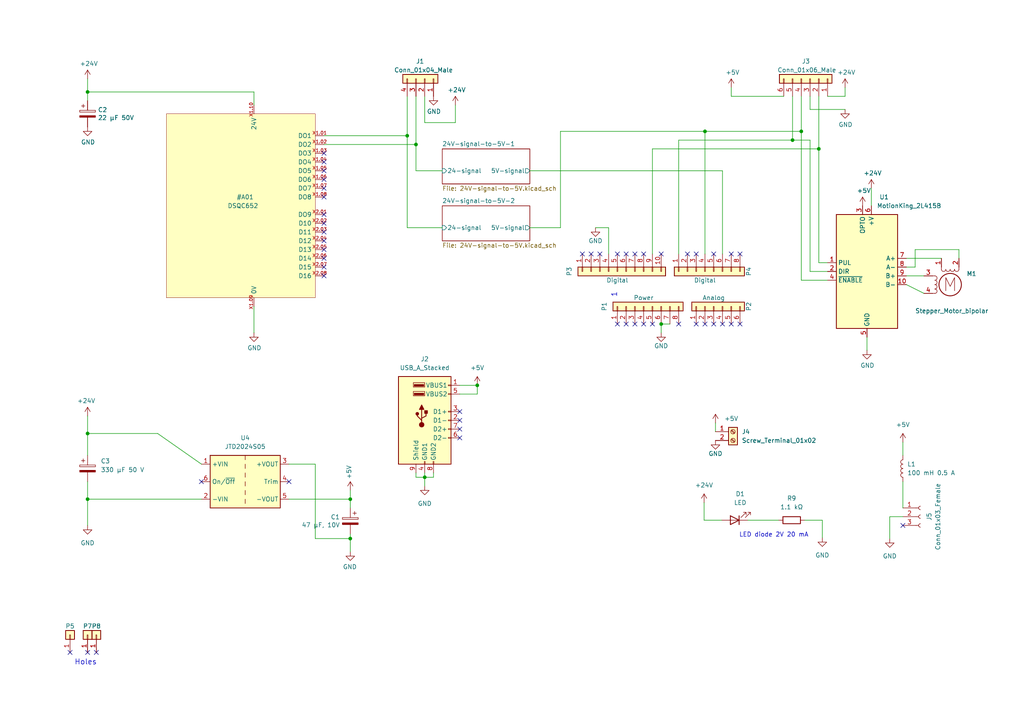
<source format=kicad_sch>
(kicad_sch (version 20211123) (generator eeschema)
  (paper "A4")
  (title_block (title "EXTRUDER CONTROL") (date "2021-11-01") (rev "v2") (company "bioDigital Matter Lab") (comment 1 "Anton Tetov"))
  (lib_symbols
    (symbol "Connector:Conn_01x03_Female" (pin_names (offset 1.016) hide)
      (property "Reference" "J" (at 0 5.08 0))
      (property "Value" "Conn_01x03_Female" (at 0 -5.08 0))
      (symbol "Conn_01x03_Female_1_1"
        (arc (start 0 -2.032) (mid -0.508 -2.54) (end 0 -3.048) (stroke (width 0.1524)))
        (polyline (pts (xy -1.27 -2.54) (xy -0.508 -2.54)) (stroke (width 0.1524)))
        (polyline (pts (xy -1.27 0) (xy -0.508 0)) (stroke (width 0.1524)))
        (polyline (pts (xy -1.27 2.54) (xy -0.508 2.54)) (stroke (width 0.1524)))
        (arc (start 0 0.508) (mid -0.508 0) (end 0 -0.508) (stroke (width 0.1524)))
        (arc (start 0 3.048) (mid -0.508 2.54) (end 0 2.032) (stroke (width 0.1524)))
        (pin passive line (at -5.08 2.54 0) (length 3.81) (name "Pin_1") (number "1"))
        (pin passive line (at -5.08 0 0) (length 3.81) (name "Pin_2") (number "2"))
        (pin passive line (at -5.08 -2.54 0) (length 3.81) (name "Pin_3") (number "3"))
      )
    )
    (symbol "Connector:Screw_Terminal_01x02" (pin_names (offset 1.016) hide)
      (property "Reference" "J" (at 0 2.54 0))
      (property "Value" "Screw_Terminal_01x02" (at 0 -5.08 0))
      (symbol "Screw_Terminal_01x02_1_1"
        (rectangle (start -1.27 1.27) (end 1.27 -3.81) (stroke (width 0.254)) (fill (type background)))
        (circle (center 0 -2.54) (radius 0.635) (stroke (width 0.1524)))
        (polyline (pts (xy -0.5334 -2.2098) (xy 0.3302 -3.048)) (stroke (width 0.1524)))
        (polyline (pts (xy -0.5334 0.3302) (xy 0.3302 -0.508)) (stroke (width 0.1524)))
        (polyline (pts (xy -0.3556 -2.032) (xy 0.508 -2.8702)) (stroke (width 0.1524)))
        (polyline (pts (xy -0.3556 0.508) (xy 0.508 -0.3302)) (stroke (width 0.1524)))
        (circle (center 0 0) (radius 0.635) (stroke (width 0.1524)))
        (pin passive line (at -5.08 0 0) (length 3.81) (name "Pin_1") (number "1"))
        (pin passive line (at -5.08 -2.54 0) (length 3.81) (name "Pin_2") (number "2"))
      )
    )
    (symbol "Connector:USB_A_Stacked" (pin_names (offset 1.016))
      (property "Reference" "J" (at 0 15.875 0))
      (property "Value" "USB_A_Stacked" (at 0 13.97 0))
      (symbol "USB_A_Stacked_0_1"
        (rectangle (start -7.62 12.7) (end 7.62 -12.7) (stroke (width 0.254)) (fill (type background)))
        (circle (center -2.159 1.905) (radius 0.381) (stroke (width 0.254)) (fill (type outline)))
        (circle (center -0.889 -1.27) (radius 0.635) (stroke (width 0.254)) (fill (type outline)))
        (rectangle (start -0.254 7.366) (end -3.048 7.874) (fill (type outline)))
        (rectangle (start -0.254 9.906) (end -3.048 10.414) (fill (type outline)))
        (rectangle (start -0.127 -12.7) (end 0.127 -11.938))
        (polyline (pts (xy -1.524 3.175) (xy -0.254 3.175) (xy -0.889 4.445) (xy -1.524 3.175)) (stroke (width 0.254)) (fill (type outline)))
        (polyline (pts (xy -0.889 -0.635) (xy -0.889 0) (xy -2.159 1.27) (xy -2.159 1.905)) (stroke (width 0.254)))
        (polyline (pts (xy -0.889 0) (xy -0.889 0.635) (xy 0.381 1.27) (xy 0.381 2.54)) (stroke (width 0.254)))
        (rectangle (start 0 2.794) (end 0.762 2.032) (stroke (width 0.254)) (fill (type outline)))
        (rectangle (start 0 7.112) (end -3.302 8.382))
        (rectangle (start 0 9.652) (end -3.302 10.922))
        (rectangle (start 2.413 -12.7) (end 2.667 -11.938))
        (rectangle (start 7.62 -5.207) (end 6.858 -4.953))
        (rectangle (start 7.62 -2.667) (end 6.858 -2.413))
        (rectangle (start 7.62 -0.127) (end 6.858 0.127))
        (rectangle (start 7.62 2.413) (end 6.858 2.667))
        (rectangle (start 7.62 7.493) (end 6.858 7.747))
        (rectangle (start 7.62 10.033) (end 6.858 10.287))
      )
      (symbol "USB_A_Stacked_1_1"
        (polyline (pts (xy -0.889 0.635) (xy -0.889 3.175)) (stroke (width 0.254)))
        (pin power_in line (at 10.16 10.16 180) (length 2.54) (name "VBUS1") (number "1"))
        (pin bidirectional line (at 10.16 0 180) (length 2.54) (name "D1-") (number "2"))
        (pin bidirectional line (at 10.16 2.54 180) (length 2.54) (name "D1+") (number "3"))
        (pin power_in line (at 0 -15.24 90) (length 2.54) (name "GND1") (number "4"))
        (pin power_in line (at 10.16 7.62 180) (length 2.54) (name "VBUS2") (number "5"))
        (pin bidirectional line (at 10.16 -5.08 180) (length 2.54) (name "D2-") (number "6"))
        (pin bidirectional line (at 10.16 -2.54 180) (length 2.54) (name "D2+") (number "7"))
        (pin power_in line (at 2.54 -15.24 90) (length 2.54) (name "GND2") (number "8"))
        (pin passive line (at -2.54 -15.24 90) (length 2.54) (name "Shield") (number "9"))
      )
    )
    (symbol "Connector_Generic:Conn_01x01" (pin_names (offset 1.016) hide)
      (property "Reference" "J" (at 0 2.54 0))
      (property "Value" "Conn_01x01" (at 0 -2.54 0))
      (symbol "Conn_01x01_1_1"
        (rectangle (start -1.27 0.127) (end 0 -0.127) (stroke (width 0.1524)))
        (rectangle (start -1.27 1.27) (end 1.27 -1.27) (stroke (width 0.254)) (fill (type background)))
        (pin passive line (at -5.08 0 0) (length 3.81) (name "Pin_1") (number "1"))
      )
    )
    (symbol "Connector_Generic:Conn_01x04" (pin_names (offset 1.016) hide)
      (property "Reference" "J" (at 0 5.08 0))
      (property "Value" "Conn_01x04" (at 0 -7.62 0))
      (symbol "Conn_01x04_1_1"
        (rectangle (start -1.27 -4.953) (end 0 -5.207) (stroke (width 0.1524)))
        (rectangle (start -1.27 -2.413) (end 0 -2.667) (stroke (width 0.1524)))
        (rectangle (start -1.27 0.127) (end 0 -0.127) (stroke (width 0.1524)))
        (rectangle (start -1.27 2.667) (end 0 2.413) (stroke (width 0.1524)))
        (rectangle (start -1.27 3.81) (end 1.27 -6.35) (stroke (width 0.254)) (fill (type background)))
        (pin passive line (at -5.08 2.54 0) (length 3.81) (name "Pin_1") (number "1"))
        (pin passive line (at -5.08 0 0) (length 3.81) (name "Pin_2") (number "2"))
        (pin passive line (at -5.08 -2.54 0) (length 3.81) (name "Pin_3") (number "3"))
        (pin passive line (at -5.08 -5.08 0) (length 3.81) (name "Pin_4") (number "4"))
      )
    )
    (symbol "Connector_Generic:Conn_01x06" (pin_names (offset 1.016) hide)
      (property "Reference" "J" (at 0 7.62 0))
      (property "Value" "Conn_01x06" (at 0 -10.16 0))
      (symbol "Conn_01x06_1_1"
        (rectangle (start -1.27 -7.493) (end 0 -7.747) (stroke (width 0.1524)))
        (rectangle (start -1.27 -4.953) (end 0 -5.207) (stroke (width 0.1524)))
        (rectangle (start -1.27 -2.413) (end 0 -2.667) (stroke (width 0.1524)))
        (rectangle (start -1.27 0.127) (end 0 -0.127) (stroke (width 0.1524)))
        (rectangle (start -1.27 2.667) (end 0 2.413) (stroke (width 0.1524)))
        (rectangle (start -1.27 5.207) (end 0 4.953) (stroke (width 0.1524)))
        (rectangle (start -1.27 6.35) (end 1.27 -8.89) (stroke (width 0.254)) (fill (type background)))
        (pin passive line (at -5.08 5.08 0) (length 3.81) (name "Pin_1") (number "1"))
        (pin passive line (at -5.08 2.54 0) (length 3.81) (name "Pin_2") (number "2"))
        (pin passive line (at -5.08 0 0) (length 3.81) (name "Pin_3") (number "3"))
        (pin passive line (at -5.08 -2.54 0) (length 3.81) (name "Pin_4") (number "4"))
        (pin passive line (at -5.08 -5.08 0) (length 3.81) (name "Pin_5") (number "5"))
        (pin passive line (at -5.08 -7.62 0) (length 3.81) (name "Pin_6") (number "6"))
      )
    )
    (symbol "Connector_Generic:Conn_01x08" (pin_names (offset 1.016) hide)
      (property "Reference" "J" (at 0 10.16 0))
      (property "Value" "Conn_01x08" (at 0 -12.7 0))
      (symbol "Conn_01x08_1_1"
        (rectangle (start -1.27 -10.033) (end 0 -10.287) (stroke (width 0.1524)))
        (rectangle (start -1.27 -7.493) (end 0 -7.747) (stroke (width 0.1524)))
        (rectangle (start -1.27 -4.953) (end 0 -5.207) (stroke (width 0.1524)))
        (rectangle (start -1.27 -2.413) (end 0 -2.667) (stroke (width 0.1524)))
        (rectangle (start -1.27 0.127) (end 0 -0.127) (stroke (width 0.1524)))
        (rectangle (start -1.27 2.667) (end 0 2.413) (stroke (width 0.1524)))
        (rectangle (start -1.27 5.207) (end 0 4.953) (stroke (width 0.1524)))
        (rectangle (start -1.27 7.747) (end 0 7.493) (stroke (width 0.1524)))
        (rectangle (start -1.27 8.89) (end 1.27 -11.43) (stroke (width 0.254)) (fill (type background)))
        (pin passive line (at -5.08 7.62 0) (length 3.81) (name "Pin_1") (number "1"))
        (pin passive line (at -5.08 5.08 0) (length 3.81) (name "Pin_2") (number "2"))
        (pin passive line (at -5.08 2.54 0) (length 3.81) (name "Pin_3") (number "3"))
        (pin passive line (at -5.08 0 0) (length 3.81) (name "Pin_4") (number "4"))
        (pin passive line (at -5.08 -2.54 0) (length 3.81) (name "Pin_5") (number "5"))
        (pin passive line (at -5.08 -5.08 0) (length 3.81) (name "Pin_6") (number "6"))
        (pin passive line (at -5.08 -7.62 0) (length 3.81) (name "Pin_7") (number "7"))
        (pin passive line (at -5.08 -10.16 0) (length 3.81) (name "Pin_8") (number "8"))
      )
    )
    (symbol "Connector_Generic:Conn_01x10" (pin_names (offset 1.016) hide)
      (property "Reference" "J" (at 0 12.7 0))
      (property "Value" "Conn_01x10" (at 0 -15.24 0))
      (symbol "Conn_01x10_1_1"
        (rectangle (start -1.27 -12.573) (end 0 -12.827) (stroke (width 0.1524)))
        (rectangle (start -1.27 -10.033) (end 0 -10.287) (stroke (width 0.1524)))
        (rectangle (start -1.27 -7.493) (end 0 -7.747) (stroke (width 0.1524)))
        (rectangle (start -1.27 -4.953) (end 0 -5.207) (stroke (width 0.1524)))
        (rectangle (start -1.27 -2.413) (end 0 -2.667) (stroke (width 0.1524)))
        (rectangle (start -1.27 0.127) (end 0 -0.127) (stroke (width 0.1524)))
        (rectangle (start -1.27 2.667) (end 0 2.413) (stroke (width 0.1524)))
        (rectangle (start -1.27 5.207) (end 0 4.953) (stroke (width 0.1524)))
        (rectangle (start -1.27 7.747) (end 0 7.493) (stroke (width 0.1524)))
        (rectangle (start -1.27 10.287) (end 0 10.033) (stroke (width 0.1524)))
        (rectangle (start -1.27 11.43) (end 1.27 -13.97) (stroke (width 0.254)) (fill (type background)))
        (pin passive line (at -5.08 10.16 0) (length 3.81) (name "Pin_1") (number "1"))
        (pin passive line (at -5.08 -12.7 0) (length 3.81) (name "Pin_10") (number "10"))
        (pin passive line (at -5.08 7.62 0) (length 3.81) (name "Pin_2") (number "2"))
        (pin passive line (at -5.08 5.08 0) (length 3.81) (name "Pin_3") (number "3"))
        (pin passive line (at -5.08 2.54 0) (length 3.81) (name "Pin_4") (number "4"))
        (pin passive line (at -5.08 0 0) (length 3.81) (name "Pin_5") (number "5"))
        (pin passive line (at -5.08 -2.54 0) (length 3.81) (name "Pin_6") (number "6"))
        (pin passive line (at -5.08 -5.08 0) (length 3.81) (name "Pin_7") (number "7"))
        (pin passive line (at -5.08 -7.62 0) (length 3.81) (name "Pin_8") (number "8"))
        (pin passive line (at -5.08 -10.16 0) (length 3.81) (name "Pin_9") (number "9"))
      )
    )
    (symbol "Converter_DCDC:JTD2024S05"
      (property "Reference" "U" (at -8.89 8.89 0))
      (property "Value" "JTD2024S05" (at 8.89 8.89 0))
      (symbol "JTD2024S05_0_1"
        (rectangle (start -10.16 7.62) (end 10.16 -7.62) (stroke (width 0.254)) (fill (type background)))
        (polyline (pts (xy 0 -5.08) (xy 0 -6.35)))
        (polyline (pts (xy 0 -2.54) (xy 0 -3.81)))
        (polyline (pts (xy 0 0) (xy 0 -1.27)))
        (polyline (pts (xy 0 2.54) (xy 0 1.27)))
        (polyline (pts (xy 0 5.08) (xy 0 3.81)))
        (polyline (pts (xy 0 7.62) (xy 0 6.35)))
      )
      (symbol "JTD2024S05_1_1"
        (pin power_in line (at -12.7 5.08 0) (length 2.54) (name "+VIN") (number "1"))
        (pin power_in line (at -12.7 -5.08 0) (length 2.54) (name "-VIN") (number "2"))
        (pin power_out line (at 12.7 5.08 180) (length 2.54) (name "+VOUT") (number "3"))
        (pin input line (at 12.7 0 180) (length 2.54) (name "Trim") (number "4"))
        (pin power_out line (at 12.7 -5.08 180) (length 2.54) (name "-VOUT") (number "5"))
        (pin input line (at -12.7 0 0) (length 2.54) (name "On/~{Off}") (number "6"))
      )
    )
    (symbol "Device:C_Polarized" (pin_numbers hide) (pin_names (offset 0.254))
      (property "Reference" "C" (at 0.635 2.54 0))
      (property "Value" "C_Polarized" (at 0.635 -2.54 0))
      (symbol "C_Polarized_0_1"
        (rectangle (start -2.286 0.508) (end 2.286 1.016))
        (polyline (pts (xy -1.778 2.286) (xy -0.762 2.286)))
        (polyline (pts (xy -1.27 2.794) (xy -1.27 1.778)))
        (rectangle (start 2.286 -0.508) (end -2.286 -1.016) (fill (type outline)))
      )
      (symbol "C_Polarized_1_1"
        (pin passive line (at 0 3.81 270) (length 2.794) (name "~") (number "1"))
        (pin passive line (at 0 -3.81 90) (length 2.794) (name "~") (number "2"))
      )
    )
    (symbol "Device:L" (pin_numbers hide) (pin_names (offset 1.016) hide)
      (property "Reference" "L" (at -1.27 0 90))
      (property "Value" "L" (at 1.905 0 90))
      (symbol "L_0_1"
        (arc (start 0 -2.54) (mid 0.635 -1.905) (end 0 -1.27))
        (arc (start 0 -1.27) (mid 0.635 -0.635) (end 0 0))
        (arc (start 0 0) (mid 0.635 0.635) (end 0 1.27))
        (arc (start 0 1.27) (mid 0.635 1.905) (end 0 2.54))
      )
      (symbol "L_1_1"
        (pin passive line (at 0 3.81 270) (length 1.27) (name "1") (number "1"))
        (pin passive line (at 0 -3.81 90) (length 1.27) (name "2") (number "2"))
      )
    )
    (symbol "Device:LED" (pin_numbers hide) (pin_names (offset 1.016) hide)
      (property "Reference" "D" (at 0 2.54 0))
      (property "Value" "LED" (at 0 -2.54 0))
      (symbol "LED_0_1"
        (polyline (pts (xy -1.27 -1.27) (xy -1.27 1.27)) (stroke (width 0.254)))
        (polyline (pts (xy -1.27 0) (xy 1.27 0)))
        (polyline (pts (xy 1.27 -1.27) (xy 1.27 1.27) (xy -1.27 0) (xy 1.27 -1.27)) (stroke (width 0.254)))
        (polyline (pts (xy -3.048 -0.762) (xy -4.572 -2.286) (xy -3.81 -2.286) (xy -4.572 -2.286) (xy -4.572 -1.524)))
        (polyline (pts (xy -1.778 -0.762) (xy -3.302 -2.286) (xy -2.54 -2.286) (xy -3.302 -2.286) (xy -3.302 -1.524)))
      )
      (symbol "LED_1_1"
        (pin passive line (at -3.81 0 0) (length 2.54) (name "K") (number "1"))
        (pin passive line (at 3.81 0 180) (length 2.54) (name "A") (number "2"))
      )
    )
    (symbol "Device:R" (pin_numbers hide) (pin_names (offset 0))
      (property "Reference" "R" (at 2.032 0 90))
      (property "Value" "R" (at 0 0 90))
      (symbol "R_0_1"
        (rectangle (start -1.016 -2.54) (end 1.016 2.54) (stroke (width 0.254)))
      )
      (symbol "R_1_1"
        (pin passive line (at 0 3.81 270) (length 1.27) (name "~") (number "1"))
        (pin passive line (at 0 -3.81 90) (length 1.27) (name "~") (number "2"))
      )
    )
    (symbol "Motor:Stepper_Motor_bipolar" (pin_names (offset 0) hide)
      (property "Reference" "M" (at 3.81 2.54 0))
      (property "Value" "Stepper_Motor_bipolar" (at 3.81 1.27 0))
      (symbol "Stepper_Motor_bipolar_0_0"
        (polyline (pts (xy -1.27 -1.778) (xy -1.27 2.032) (xy 0 -0.508) (xy 1.27 2.032) (xy 1.27 -1.778)))
      )
      (symbol "Stepper_Motor_bipolar_0_1"
        (arc (start -4.445 -2.54) (mid -3.81 -1.905) (end -4.445 -1.27))
        (arc (start -4.445 -1.27) (mid -3.81 -0.635) (end -4.445 0))
        (arc (start -4.445 0) (mid -3.81 0.635) (end -4.445 1.27))
        (arc (start -4.445 1.27) (mid -3.81 1.905) (end -4.445 2.54))
        (arc (start -2.54 4.445) (mid -1.905 3.81) (end -1.27 4.445))
        (arc (start -1.27 4.445) (mid -0.635 3.81) (end 0 4.445))
        (polyline (pts (xy -5.08 -2.54) (xy -4.445 -2.54)))
        (polyline (pts (xy -5.08 2.54) (xy -4.445 2.54)))
        (polyline (pts (xy -2.54 5.08) (xy -2.54 4.445)))
        (polyline (pts (xy 2.54 5.08) (xy 2.54 4.445)))
        (circle (center 0 0) (radius 3.2512) (stroke (width 0.254)))
        (arc (start 0 4.445) (mid 0.635 3.81) (end 1.27 4.445))
        (arc (start 1.27 4.445) (mid 1.905 3.81) (end 2.54 4.445))
      )
      (symbol "Stepper_Motor_bipolar_1_1"
        (pin passive line (at -2.54 7.62 270) (length 2.54) (name "~") (number "1"))
        (pin passive line (at 2.54 7.62 270) (length 2.54) (name "-") (number "2"))
        (pin passive line (at -7.62 2.54 0) (length 2.54) (name "~") (number "3"))
        (pin passive line (at -7.62 -2.54 0) (length 2.54) (name "~") (number "4"))
      )
    )
    (symbol "power:+24V" (power) (pin_names (offset 0))
      (property "Value" "+24V" (at 0 3.556 0))
      (symbol "+24V_0_1"
        (polyline (pts (xy -0.762 1.27) (xy 0 2.54)))
        (polyline (pts (xy 0 0) (xy 0 2.54)))
        (polyline (pts (xy 0 2.54) (xy 0.762 1.27)))
      )
      (symbol "+24V_1_1"
        (pin power_in line (at 0 0 90) (length 0) hide (name "+24V") (number "1"))
      )
    )
    (symbol "power:+5V" (power) (pin_names (offset 0))
      (property "Value" "+5V" (at 0 3.556 0))
      (symbol "+5V_0_1"
        (polyline (pts (xy -0.762 1.27) (xy 0 2.54)))
        (polyline (pts (xy 0 0) (xy 0 2.54)))
        (polyline (pts (xy 0 2.54) (xy 0.762 1.27)))
      )
      (symbol "+5V_1_1"
        (pin power_in line (at 0 0 90) (length 0) hide (name "+5V") (number "1"))
      )
    )
    (symbol "power:GND" (power) (pin_names (offset 0))
      (property "Value" "GND" (at 0 -3.81 0))
      (symbol "GND_0_1"
        (polyline (pts (xy 0 0) (xy 0 -1.27) (xy 1.27 -1.27) (xy 0 -2.54) (xy -1.27 -1.27) (xy 0 -1.27)))
      )
      (symbol "GND_1_1"
        (pin power_in line (at 0 0 270) (length 0) hide (name "GND") (number "1"))
      )
    )
    (symbol "project:DSQC652" (power) (pin_names (offset 1.016))
      (property "Value" "DSQC652" (at -16.51 27.94 0))
      (symbol "DSQC652_0_0"
        (pin output line (at 24.13 20.32 180) (length 2.54) (name "DO1") (number "X1.01"))
        (pin power_in line (at 3.81 -29.21 90) (length 2.54) (name "0V") (number "X1.09"))
        (pin power_out line (at 3.81 29.21 270) (length 2.54) (name "24V") (number "X1.10"))
      )
      (symbol "DSQC652_0_1"
        (rectangle (start 21.59 -26.67) (end -21.59 26.67) (stroke (width 0.1016)) (fill (type background)))
      )
      (symbol "DSQC652_1_1"
        (pin output line (at 24.13 17.78 180) (length 2.54) (name "DO2") (number "X1.02"))
        (pin output line (at 24.13 15.24 180) (length 2.54) (name "DO3") (number "X1.03"))
        (pin output line (at 24.13 12.7 180) (length 2.54) (name "DO4") (number "X1.04"))
        (pin output line (at 24.13 10.16 180) (length 2.54) (name "DO5") (number "X1.05"))
        (pin output line (at 24.13 7.62 180) (length 2.54) (name "DO6") (number "X1.06"))
        (pin output line (at 24.13 5.08 180) (length 2.54) (name "DO7") (number "X1.07"))
        (pin output line (at 24.13 2.54 180) (length 2.54) (name "DO8") (number "X1.08"))
        (pin output line (at 24.13 -2.54 180) (length 2.54) (name "DO9") (number "X2.01"))
        (pin output line (at 24.13 -5.08 180) (length 2.54) (name "D10") (number "X2.02"))
        (pin output line (at 24.13 -7.62 180) (length 2.54) (name "D11") (number "X2.03"))
        (pin output line (at 24.13 -10.16 180) (length 2.54) (name "D12") (number "X2.04"))
        (pin output line (at 24.13 -12.7 180) (length 2.54) (name "D13") (number "X2.05"))
        (pin output line (at 24.13 -15.24 180) (length 2.54) (name "D14") (number "X2.06"))
        (pin output line (at 24.13 -17.78 180) (length 2.54) (name "D15") (number "X2.07"))
        (pin output line (at 24.13 -20.32 180) (length 2.54) (name "D16") (number "X2.08"))
      )
    )
    (symbol "project:project_MotionKing_2L415B"
      (property "Reference" "A" (at 7.62 17.78 0))
      (property "Value" "project_MotionKing_2L415B" (at -3.81 17.78 0))
      (symbol "project_MotionKing_2L415B_0_1"
        (rectangle (start 8.89 -16.51) (end -8.89 16.51) (stroke (width 0.254)) (fill (type background)))
      )
      (symbol "project_MotionKing_2L415B_1_1"
        (pin input line (at -11.43 2.54 0) (length 2.54) (name "PUL") (number "1"))
        (pin output line (at 11.43 -3.81 180) (length 2.54) (name "B-") (number "10"))
        (pin input line (at -11.43 0 0) (length 2.54) (name "DIR") (number "2"))
        (pin power_in line (at -1.27 19.05 270) (length 2.54) (name "OPTO") (number "3"))
        (pin input line (at -11.43 -2.54 0) (length 2.54) (name "~{ENABLE}") (number "4"))
        (pin power_in line (at 0 -19.05 90) (length 2.54) (name "GND") (number "5"))
        (pin power_in line (at 1.27 19.05 270) (length 2.54) (name "+V") (number "6"))
        (pin output line (at 11.43 3.81 180) (length 2.54) (name "A+") (number "7"))
        (pin output line (at 11.43 1.27 180) (length 2.54) (name "A-") (number "8"))
        (pin output line (at 11.43 -1.27 180) (length 2.54) (name "B+") (number "9"))
      )
    )
  )
  (junction (at 101.6 156.21))
  (junction (at 123.19 138.43))
  (junction (at 25.4 26.67))
  (junction (at 101.6 144.78))
  (junction (at 191.77 93.98))
  (junction (at 204.47 38.1))
  (junction (at 237.49 43.18))
  (junction (at 138.43 111.76))
  (junction (at 25.4 144.78))
  (junction (at 120.65 41.91))
  (junction (at 118.11 39.37))
  (junction (at 232.41 38.1))
  (junction (at 229.87 40.64))
  (junction (at 25.4 125.73))
  (no_connect (at 93.98 49.53))
  (no_connect (at 133.35 119.38))
  (no_connect (at 133.35 121.92))
  (no_connect (at 133.35 124.46))
  (no_connect (at 133.35 127))
  (no_connect (at 261.874 152.4))
  (no_connect (at 93.98 72.39))
  (no_connect (at 93.98 57.15))
  (no_connect (at 93.98 67.31))
  (no_connect (at 189.23 93.98))
  (no_connect (at 27.94 189.23))
  (no_connect (at 196.85 93.98))
  (no_connect (at 204.47 93.98))
  (no_connect (at 201.93 93.98))
  (no_connect (at 168.91 73.66))
  (no_connect (at 171.45 73.66))
  (no_connect (at 173.99 73.66))
  (no_connect (at 207.01 93.98))
  (no_connect (at 186.69 73.66))
  (no_connect (at 184.15 73.66))
  (no_connect (at 179.07 73.66))
  (no_connect (at 181.61 73.66))
  (no_connect (at 209.55 93.98))
  (no_connect (at 212.09 93.98))
  (no_connect (at 214.63 93.98))
  (no_connect (at 212.09 73.66))
  (no_connect (at 207.01 73.66))
  (no_connect (at 214.63 73.66))
  (no_connect (at 191.77 73.66))
  (no_connect (at 201.93 73.66))
  (no_connect (at 199.39 73.66))
  (no_connect (at 93.98 46.99))
  (no_connect (at 58.42 139.7))
  (no_connect (at 83.82 139.7))
  (no_connect (at 181.61 93.98))
  (no_connect (at 186.69 93.98))
  (no_connect (at 93.98 64.77))
  (no_connect (at 93.98 74.93))
  (no_connect (at 25.4 189.23))
  (no_connect (at 93.98 44.45))
  (no_connect (at 93.98 62.23))
  (no_connect (at 93.98 77.47))
  (no_connect (at 179.07 93.98))
  (no_connect (at 93.98 52.07))
  (no_connect (at 93.98 54.61))
  (no_connect (at 20.32 189.23))
  (no_connect (at 93.98 69.85))
  (no_connect (at 184.15 93.98))
  (no_connect (at 93.98 80.01))
  (wire (pts (xy 204.216 150.876) (xy 209.296 150.876)))
  (wire (pts (xy 101.6 144.78) (xy 101.6 147.32)))
  (wire (pts (xy 101.6 156.21) (xy 101.6 160.02)))
  (wire (pts (xy 162.56 66.04) (xy 153.67 66.04)))
  (wire (pts (xy 128.27 49.53) (xy 120.65 49.53)))
  (wire (pts (xy 245.11 27.94) (xy 245.11 25.4)))
  (wire (pts (xy 120.65 41.91) (xy 120.65 49.53)))
  (wire (pts (xy 189.23 73.66) (xy 189.23 43.18)))
  (wire (pts (xy 132.08 30.48) (xy 132.08 35.56)))
  (wire (pts (xy 191.77 93.98) (xy 191.77 96.52)))
  (wire (pts (xy 118.11 39.37) (xy 118.11 66.04)))
  (wire (pts (xy 176.53 73.66) (xy 176.53 66.04)))
  (wire (pts (xy 125.73 137.16) (xy 125.73 138.43)))
  (wire (pts (xy 125.73 138.43) (xy 123.19 138.43)))
  (wire (pts (xy 101.6 142.24) (xy 101.6 144.78)))
  (wire (pts (xy 93.98 41.91) (xy 120.65 41.91)))
  (wire (pts (xy 212.09 27.94) (xy 227.33 27.94)))
  (wire (pts (xy 240.03 27.94) (xy 245.11 27.94)))
  (wire (pts (xy 25.4 120.65) (xy 25.4 125.73)))
  (wire (pts (xy 234.95 78.74) (xy 240.03 78.74)))
  (wire (pts (xy 261.874 139.7) (xy 261.874 147.32)))
  (wire (pts (xy 204.216 150.876) (xy 204.216 145.796)))
  (wire (pts (xy 209.55 49.53) (xy 153.67 49.53)))
  (wire (pts (xy 237.49 76.2) (xy 240.03 76.2)))
  (wire (pts (xy 123.19 35.56) (xy 132.08 35.56)))
  (wire (pts (xy 196.85 40.64) (xy 229.87 40.64)))
  (wire (pts (xy 267.97 80.01) (xy 262.89 80.01)))
  (wire (pts (xy 232.41 27.94) (xy 232.41 38.1)))
  (wire (pts (xy 238.506 155.956) (xy 238.506 150.876)))
  (wire (pts (xy 265.43 72.39) (xy 265.43 77.47)))
  (wire (pts (xy 25.4 139.7) (xy 25.4 144.78)))
  (wire (pts (xy 25.4 144.78) (xy 58.42 144.78)))
  (wire (pts (xy 204.47 38.1) (xy 204.47 73.66)))
  (wire (pts (xy 138.43 114.3) (xy 138.43 111.76)))
  (wire (pts (xy 123.19 137.16) (xy 123.19 138.43)))
  (wire (pts (xy 83.82 134.62) (xy 91.44 134.62)))
  (wire (pts (xy 234.95 40.64) (xy 234.95 78.74)))
  (wire (pts (xy 261.874 128.27) (xy 261.874 132.08)))
  (wire (pts (xy 93.98 39.37) (xy 118.11 39.37)))
  (wire (pts (xy 191.77 93.98) (xy 194.31 93.98)))
  (wire (pts (xy 118.11 27.94) (xy 118.11 39.37)))
  (wire (pts (xy 73.66 88.9) (xy 73.66 96.52)))
  (wire (pts (xy 232.41 81.28) (xy 240.03 81.28)))
  (wire (pts (xy 251.46 97.79) (xy 251.46 101.6)))
  (wire (pts (xy 120.65 27.94) (xy 120.65 41.91)))
  (wire (pts (xy 101.6 154.94) (xy 101.6 156.21)))
  (wire (pts (xy 83.82 144.78) (xy 101.6 144.78)))
  (wire (pts (xy 237.49 27.94) (xy 237.49 43.18)))
  (wire (pts (xy 91.44 156.21) (xy 101.6 156.21)))
  (wire (pts (xy 207.518 122.682) (xy 207.518 125.222)))
  (wire (pts (xy 216.916 150.876) (xy 225.806 150.876)))
  (wire (pts (xy 232.41 38.1) (xy 232.41 81.28)))
  (wire (pts (xy 25.4 26.67) (xy 73.66 26.67)))
  (wire (pts (xy 25.4 125.73) (xy 45.72 125.73)))
  (wire (pts (xy 118.11 66.04) (xy 128.27 66.04)))
  (wire (pts (xy 189.23 43.18) (xy 237.49 43.18)))
  (wire (pts (xy 204.47 38.1) (xy 162.56 38.1)))
  (wire (pts (xy 237.49 43.18) (xy 237.49 76.2)))
  (wire (pts (xy 196.85 40.64) (xy 196.85 73.66)))
  (wire (pts (xy 258.064 149.86) (xy 258.064 156.21)))
  (wire (pts (xy 234.95 31.75) (xy 245.11 31.75)))
  (wire (pts (xy 123.19 140.97) (xy 123.19 138.43)))
  (wire (pts (xy 278.13 72.39) (xy 278.13 74.93)))
  (wire (pts (xy 262.89 82.55) (xy 267.97 85.09)))
  (wire (pts (xy 162.56 38.1) (xy 162.56 66.04)))
  (wire (pts (xy 229.87 27.94) (xy 229.87 40.64)))
  (wire (pts (xy 238.506 150.876) (xy 233.426 150.876)))
  (wire (pts (xy 45.72 125.73) (xy 58.42 134.62)))
  (wire (pts (xy 252.73 54.61) (xy 252.73 59.69)))
  (wire (pts (xy 91.44 134.62) (xy 91.44 156.21)))
  (wire (pts (xy 123.19 27.94) (xy 123.19 35.56)))
  (wire (pts (xy 212.09 27.94) (xy 212.09 25.4)))
  (wire (pts (xy 25.4 125.73) (xy 25.4 132.08)))
  (wire (pts (xy 262.89 74.93) (xy 273.05 74.93)))
  (wire (pts (xy 25.4 26.67) (xy 25.4 22.86)))
  (wire (pts (xy 265.43 72.39) (xy 278.13 72.39)))
  (wire (pts (xy 261.874 149.86) (xy 258.064 149.86)))
  (wire (pts (xy 133.35 114.3) (xy 138.43 114.3)))
  (wire (pts (xy 120.65 137.16) (xy 120.65 138.43)))
  (wire (pts (xy 229.87 40.64) (xy 234.95 40.64)))
  (wire (pts (xy 209.55 49.53) (xy 209.55 73.66)))
  (wire (pts (xy 25.4 144.78) (xy 25.4 152.4)))
  (wire (pts (xy 133.35 111.76) (xy 138.43 111.76)))
  (wire (pts (xy 262.89 77.47) (xy 265.43 77.47)))
  (wire (pts (xy 25.4 29.21) (xy 25.4 26.67)))
  (wire (pts (xy 172.72 66.04) (xy 176.53 66.04)))
  (wire (pts (xy 234.95 27.94) (xy 234.95 31.75)))
  (wire (pts (xy 204.47 38.1) (xy 232.41 38.1)))
  (wire (pts (xy 123.19 138.43) (xy 120.65 138.43)))
  (wire (pts (xy 73.66 26.67) (xy 73.66 30.48)))
  (text "1" (at 179.07 86.36 90) (effects (font (size 1.524 1.524)) (justify left bottom)))
  (text "Holes" (at 21.59 193.04 0) (effects (font (size 1.524 1.524)) (justify left bottom)))
  (text "LED diode 2V 20 mA" (at 214.376 155.956 0) (effects (font (size 1.27 1.27)) (justify left bottom)))
  (symbol (lib_id "Connector_Generic:Conn_01x08") (at 186.69 88.9 90) (unit 1)
    (property "Reference" "P1" (at 175.26 88.9 0))
    (property "Value" "Power" (at 186.69 86.36 90))
    (property "Footprint" "project:Socket_Strip_Arduino_1x08" (effects hide))
  )
  (symbol (lib_id "power:GND") (at 191.77 96.52 0) (unit 1)
    (property "Reference" "#PWR0111" (effects hide))
    (property "Value" "GND" (at 191.77 100.33 0))
  )
  (symbol (lib_id "Connector_Generic:Conn_01x06") (at 207.01 88.9 90) (unit 1)
    (property "Reference" "P2" (at 217.17 88.9 0))
    (property "Value" "Analog" (at 207.01 86.36 90))
    (property "Footprint" "project:Socket_Strip_Arduino_1x06" (effects hide))
  )
  (symbol (lib_id "Connector_Generic:Conn_01x01") (at 20.32 184.15 90) (unit 1)
    (property "Reference" "P5" (at 20.32 181.61 90))
    (property "Value" "CONN_01X01" (effects hide))
    (property "Footprint" "project:Arduino_1pin" (effects hide))
  )
  (symbol (lib_id "Connector_Generic:Conn_01x01") (at 25.4 184.15 90) (unit 1)
    (property "Reference" "P7" (at 25.4 181.61 90))
    (property "Value" "CONN_01X01" (effects hide))
    (property "Footprint" "project:Arduino_1pin" (effects hide))
  )
  (symbol (lib_id "Connector_Generic:Conn_01x01") (at 27.94 184.15 90) (unit 1)
    (property "Reference" "P8" (at 27.94 181.61 90))
    (property "Value" "CONN_01X01" (effects hide))
    (property "Footprint" "project:Arduino_1pin" (effects hide))
  )
  (symbol (lib_id "Connector_Generic:Conn_01x08") (at 204.47 78.74 90) (mirror x) (unit 1)
    (property "Reference" "P4" (at 217.17 78.74 0))
    (property "Value" "Digital" (at 204.47 81.28 90))
    (property "Footprint" "project:Socket_Strip_Arduino_1x08" (effects hide))
  )
  (symbol (lib_id "Connector_Generic:Conn_01x10") (at 179.07 78.74 90) (mirror x) (unit 1)
    (property "Reference" "P3" (at 165.1 78.74 0))
    (property "Value" "Digital" (at 179.07 81.28 90))
    (property "Footprint" "project:Socket_Strip_Arduino_1x10" (effects hide))
  )
  (symbol (lib_id "Motor:Stepper_Motor_bipolar") (at 275.59 82.55 0) (unit 1) (on_board no)
    (property "Reference" "M1" (at 280.3652 79.4004 0) (effects (justify left)))
    (property "Value" "Stepper_Motor_bipolar" (at 265.43 90.17 0) (effects (justify left)))
    (property "Datasheet" "http://www.infineon.com/dgdl/Application-Note-TLE8110EE_driving_UniPolarStepperMotor_V1.1.pdf?fileId=db3a30431be39b97011be5d0aa0a00b0" (effects hide))
  )
  (symbol (lib_id "project:project_MotionKing_2L415B") (at 251.46 78.74 0) (unit 1) (on_board no)
    (property "Reference" "U1" (at 257.81 57.15 0) (effects (justify right)))
    (property "Value" "MotionKing_2L415B" (at 273.05 59.69 0) (effects (justify right)))
    (property "Datasheet" "http://www.motionking.com/download/2L415B_Instruction_Rev.E.pdf" (effects hide))
  )
  (symbol (lib_id "project:DSQC652") (at 69.85 59.69 0) (unit 1) (on_board no)
    (property "Reference" "#A01" (at 71.12 57.15 0))
    (property "Value" "DSQC652" (at 74.93 59.69 0) (effects (justify right)))
    (property "Datasheet" "https://abb.sluzba.cz/Pages/Public/IRC5RoboticsDocumentationRW6/Controllers/Options%20for%20IRC5/en/3HAC050992-001.pdf" (effects hide))
  )
  (symbol (lib_id "Connector_Generic:Conn_01x04") (at 123.19 22.86 270) (mirror x) (unit 1)
    (property "Reference" "J1" (at 120.65 17.78 90) (effects (justify left)))
    (property "Value" "Conn_01x04_Male" (at 114.3 20.32 90) (effects (justify left)))
    (property "Footprint" "Connector_Molex:Molex_Micro-Fit_3.0_43045-0400_2x02_P3.00mm_Horizontal" (effects hide))
  )
  (symbol (lib_id "Device:C_Polarized") (at 25.4 33.02 0) (unit 1)
    (property "Reference" "C2" (at 28.3972 31.8516 0) (effects (justify left)))
    (property "Value" "22 µF 50V" (at 28.3972 34.163 0) (effects (justify left)))
    (property "Footprint" "Capacitor_THT:CP_Radial_D5.0mm_P2.00mm" (effects hide))
  )
  (symbol (lib_id "power:GND") (at 25.4 36.83 0) (unit 1)
    (property "Reference" "#PWR0104" (effects hide))
    (property "Value" "GND" (at 25.527 41.2242 0))
  )
  (symbol (lib_id "power:GND") (at 125.73 27.94 0) (unit 1)
    (property "Reference" "#PWR0105" (effects hide))
    (property "Value" "GND" (at 125.857 32.3342 0))
  )
  (symbol (lib_id "power:GND") (at 101.6 160.02 0) (mirror y) (unit 1)
    (property "Reference" "#PWR0116" (effects hide))
    (property "Value" "GND" (at 101.473 164.4142 0))
  )
  (symbol (lib_id "Device:C_Polarized") (at 101.6 151.13 0) (mirror y) (unit 1)
    (property "Reference" "C1" (at 98.6028 149.9616 0) (effects (justify left)))
    (property "Value" "47 µF, 10V" (at 98.6028 152.273 0) (effects (justify left)))
    (property "Footprint" "Capacitor_THT:CP_Radial_D5.0mm_P2.00mm" (effects hide))
  )
  (symbol (lib_id "power:GND") (at 251.46 101.6 0) (unit 1)
    (property "Reference" "#PWR0112" (effects hide))
    (property "Value" "GND" (at 251.587 105.9942 0))
  )
  (symbol (lib_id "power:+5V") (at 250.19 59.69 0) (unit 1)
    (property "Reference" "#PWR0107" (effects hide))
    (property "Value" "+5V" (at 250.571 55.2958 0))
  )
  (symbol (lib_id "power:+24V") (at 25.4 22.86 0) (unit 1)
    (property "Reference" "#PWR0103" (effects hide))
    (property "Value" "+24V" (at 25.781 18.4658 0))
  )
  (symbol (lib_id "power:+24V") (at 132.08 30.48 0) (unit 1)
    (property "Reference" "#PWR0102" (effects hide))
    (property "Value" "+24V" (at 132.461 26.0858 0))
  )
  (symbol (lib_id "power:GND") (at 73.66 96.52 0) (unit 1)
    (property "Reference" "#PWR0113" (effects hide))
    (property "Value" "GND" (at 73.787 100.9142 0))
  )
  (symbol (lib_id "power:+24V") (at 25.4 120.65 0) (mirror y) (unit 1)
    (property "Reference" "#PWR0115" (effects hide))
    (property "Value" "+24V" (at 25.019 116.2558 0))
  )
  (symbol (lib_id "power:+5V") (at 101.6 142.24 0) (mirror y) (unit 1)
    (property "Reference" "#PWR0114" (effects hide))
    (property "Value" "+5V" (at 101.219 138.9888 90) (effects (justify left)))
  )
  (symbol (lib_id "power:GND") (at 245.11 31.75 0) (unit 1)
    (property "Reference" "#PWR0109" (effects hide))
    (property "Value" "GND" (at 245.237 36.1442 0))
  )
  (symbol (lib_id "Connector_Generic:Conn_01x06") (at 234.95 22.86 270) (mirror x) (unit 1)
    (property "Reference" "J3" (at 234.95 17.78 90) (effects (justify right)))
    (property "Value" "Conn_01x06_Male" (at 242.57 20.32 90) (effects (justify right)))
    (property "Footprint" "Connector_Molex:Molex_Micro-Fit_3.0_43045-0600_2x03_P3.00mm_Horizontal" (effects hide))
  )
  (symbol (lib_id "power:+5V") (at 212.09 25.4 0) (unit 1)
    (property "Reference" "#PWR0106" (effects hide))
    (property "Value" "+5V" (at 212.471 21.0058 0))
  )
  (symbol (lib_id "power:+24V") (at 245.11 25.4 0) (unit 1)
    (property "Reference" "#PWR0110" (effects hide))
    (property "Value" "+24V" (at 245.491 21.0058 0))
  )
  (symbol (lib_id "power:+24V") (at 252.73 54.61 0) (unit 1)
    (property "Reference" "#PWR0108" (effects hide))
    (property "Value" "+24V" (at 253.111 50.2158 0))
  )
  (symbol (lib_id "power:+5V") (at 207.518 122.682 0) (unit 1)
    (property "Reference" "#PWR0125" (effects hide))
    (property "Value" "+5V" (at 210.058 121.4119 0) (effects (justify left)))
  )
  (symbol (lib_id "Device:C_Polarized") (at 25.4 135.89 0) (unit 1)
    (property "Reference" "C3" (at 29.21 133.7309 0) (effects (justify left)))
    (property "Value" "330 μF 50 V" (at 29.21 136.2709 0) (effects (justify left)))
    (property "Footprint" "Capacitor_THT:CP_Radial_D10.0mm_P5.00mm" (effects hide))
  )
  (symbol (lib_id "Connector:Conn_01x03_Female") (at 266.954 149.86 0) (unit 1)
    (property "Reference" "J5" (at 269.494 149.86 90))
    (property "Value" "Conn_01x03_Female" (at 272.034 149.86 90))
    (property "Footprint" "Connector_PinSocket_2.54mm:PinSocket_1x03_P2.54mm_Vertical" (effects hide))
  )
  (symbol (lib_id "Device:R") (at 229.616 150.876 90) (unit 1)
    (property "Reference" "R9" (at 229.616 144.526 90))
    (property "Value" "1.1 kΩ" (at 229.616 147.066 90))
    (property "Footprint" "Resistor_THT:R_Axial_DIN0207_L6.3mm_D2.5mm_P2.54mm_Vertical" (effects hide))
  )
  (symbol (lib_id "power:+24V") (at 204.216 145.796 0) (unit 1)
    (property "Reference" "#PWR01" (effects hide))
    (property "Value" "+24V" (at 204.216 140.716 0))
  )
  (symbol (lib_id "power:GND") (at 172.72 66.04 0) (unit 1)
    (property "Reference" "#PWR06" (effects hide))
    (property "Value" "GND" (at 172.72 69.85 0))
  )
  (symbol (lib_id "power:+5V") (at 261.874 128.27 0) (unit 1)
    (property "Reference" "#PWR05" (effects hide))
    (property "Value" "+5V" (at 261.874 123.19 0))
  )
  (symbol (lib_id "power:GND") (at 25.4 152.4 0) (unit 1)
    (property "Reference" "#PWR03" (effects hide))
    (property "Value" "GND" (at 25.4 157.48 0))
  )
  (symbol (lib_id "power:GND") (at 238.506 155.956 0) (unit 1)
    (property "Reference" "#PWR02" (effects hide))
    (property "Value" "GND" (at 238.506 161.036 0))
  )
  (symbol (lib_id "power:GND") (at 207.518 127.762 0) (unit 1)
    (property "Reference" "#PWR0126" (effects hide))
    (property "Value" "GND" (at 207.518 131.572 0))
  )
  (symbol (lib_id "Converter_DCDC:JTD2024S05") (at 71.12 139.7 0) (unit 1)
    (property "Reference" "U4" (at 71.12 127 0))
    (property "Value" "JTD2024S05" (at 71.12 129.54 0))
    (property "Footprint" "Converter_DCDC:Converter_DCDC_XP_POWER_JTDxxxxxxx_THT" (effects hide))
    (property "Datasheet" "https://www.xppower.com/portals/0/pdfs/SF_JTD20.pdf" (effects hide))
  )
  (symbol (lib_id "power:+5V") (at 138.43 111.76 0) (unit 1)
    (property "Reference" "#PWR0101" (effects hide))
    (property "Value" "+5V" (at 138.43 106.68 0))
  )
  (symbol (lib_id "Connector:USB_A_Stacked") (at 123.19 121.92 0) (unit 1)
    (property "Reference" "J2" (at 123.19 104.14 0))
    (property "Value" "USB_A_Stacked" (at 123.19 106.68 0))
    (property "Footprint" "Connector_USB:USB_A_Wuerth_61400826021_Horizontal_Stacked" (effects hide))
    (property "Datasheet" " ~" (effects hide))
  )
  (symbol (lib_id "power:GND") (at 123.19 140.97 0) (unit 1)
    (property "Reference" "#PWR0123" (effects hide))
    (property "Value" "GND" (at 123.19 146.05 0))
  )
  (symbol (lib_id "Device:LED") (at 213.106 150.876 180) (unit 1)
    (property "Reference" "D1" (at 214.6935 143.256 0))
    (property "Value" "LED" (at 214.6935 145.796 0))
    (property "Footprint" "LED_THT:LED_D5.0mm" (effects hide))
  )
  (symbol (lib_id "Device:L") (at 261.874 135.89 180) (unit 1)
    (property "Reference" "L1" (at 263.144 134.6199 0) (effects (justify right)))
    (property "Value" "100 mH 0.5 A" (at 263.144 137.1599 0) (effects (justify right)))
    (property "Footprint" "Capacitor_THT:CP_Radial_D5.0mm_P2.50mm" (effects hide))
  )
  (symbol (lib_id "Connector:Screw_Terminal_01x02") (at 212.598 125.222 0) (unit 1)
    (property "Reference" "J4" (at 215.138 125.2219 0) (effects (justify left)))
    (property "Value" "Screw_Terminal_01x02" (at 215.138 127.7619 0) (effects (justify left)))
    (property "Footprint" "project:TE_1776275-2" (effects hide))
  )
  (symbol (lib_id "power:GND") (at 258.064 156.21 0) (unit 1)
    (property "Reference" "#PWR08" (effects hide))
    (property "Value" "GND" (at 258.064 161.29 0))
  )
  (sheet (at 128.27 59.69) (size 25.4 10.16)
    (property "Sheet name" "24V-signal-to-5V-2" (at 128.27 58.9784 0) (effects (justify left bottom)))
    (property "Sheet file" "24V-signal-to-5V.kicad_sch" (at 128.27 70.4346 0) (effects (justify left top)))
    (pin "24-signal" input (at 128.27 66.04 180))
    (pin "5V-signal" output (at 153.67 66.04 0))
  )
  (sheet (at 128.27 43.18) (size 25.4 10.16)
    (property "Sheet name" "24V-signal-to-5V-1" (at 128.27 42.4684 0) (effects (justify left bottom)))
    (property "Sheet file" "24V-signal-to-5V.kicad_sch" (at 128.27 53.9246 0) (effects (justify left top)))
    (pin "24-signal" input (at 128.27 49.53 180))
    (pin "5V-signal" output (at 153.67 49.53 0))
  )
)
</source>
